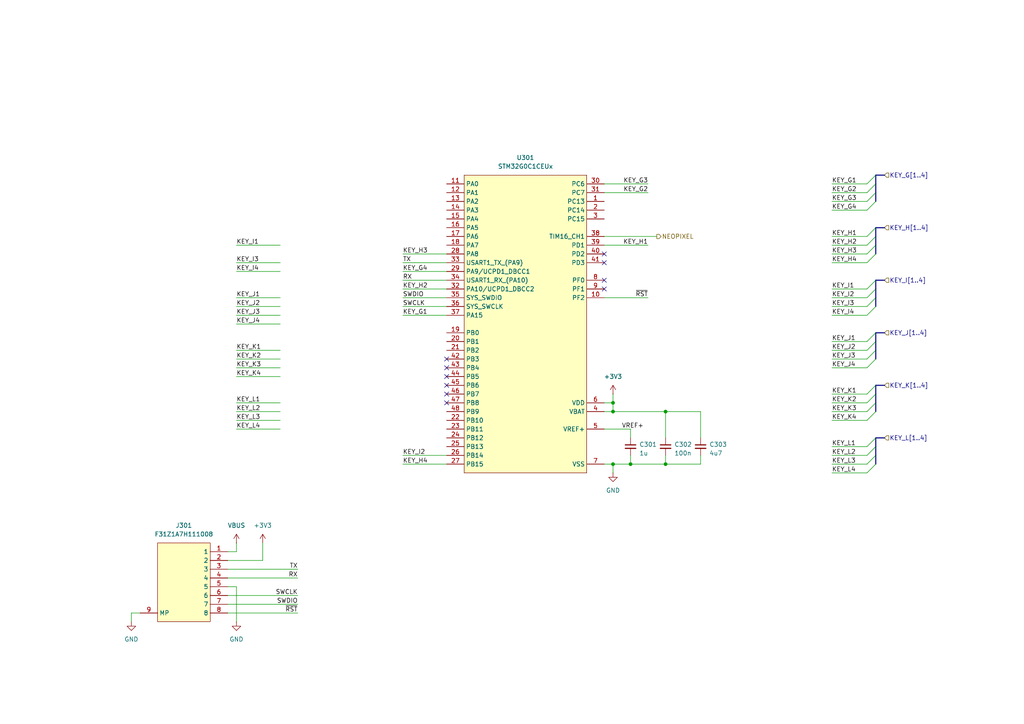
<source format=kicad_sch>
(kicad_sch (version 20250114) (generator "eeschema") (generator_version "9.0")
  (paper "A4")
  (lib_symbols
    (symbol "CONN-FPC:F31Z1A7H111008"
      (property "Reference" "J" (at 0 5.08 0))
      (property "Value" "F31Z1A7H111008" (at 0 2.54 0))
      (symbol "F31Z1A7H111008_1_1"
        (rectangle (start -7.62 0) (end 7.62 -22.86) (fill (type background)))
        (pin passive line (at -12.7 -2.54 0) (length 5.08) (name "1") (number "1"))
        (pin passive line (at -12.7 -5.08 0) (length 5.08) (name "2") (number "2"))
        (pin passive line (at -12.7 -7.62 0) (length 5.08) (name "3") (number "3"))
        (pin passive line (at -12.7 -10.16 0) (length 5.08) (name "4") (number "4"))
        (pin passive line (at -12.7 -12.7 0) (length 5.08) (name "5") (number "5"))
        (pin passive line (at -12.7 -15.24 0) (length 5.08) (name "6") (number "6"))
        (pin passive line (at -12.7 -17.78 0) (length 5.08) (name "7") (number "7"))
        (pin passive line (at -12.7 -20.32 0) (length 5.08) (name "8") (number "8"))
        (pin passive line (at 12.7 -20.32 180) (length 5.08) (hide yes) (name "MP") (number "10"))
        (pin passive line (at 12.7 -20.32 180) (length 5.08) (hide yes) (name "MP") (number "11"))
        (pin passive line (at 12.7 -20.32 180) (length 5.08) (hide yes) (name "MP") (number "12"))
        (pin passive line (at 12.7 -20.32 180) (length 5.08) (name "MP") (number "9"))
      )
    )
    (symbol "DEV:C_SMALL" (pin_numbers (hide yes)) (pin_names (offset 0.254) (hide yes))
      (property "Reference" "C" (at 0.254 1.778 0))
      (property "Value" "SMALL" (at 0.254 -2.032 0))
      (symbol "C_SMALL_0_1"
        (polyline (pts (xy -1.524 0.508) (xy 1.524 0.508)) (stroke (width 0.3048)))
        (polyline (pts (xy -1.524 -0.508) (xy 1.524 -0.508)) (stroke (width 0.3302)))
      )
      (symbol "C_SMALL_1_1"
        (pin passive line (at 0 2.54 270) (length 2.032) (name "~") (number "1"))
        (pin passive line (at 0 -2.54 90) (length 2.032) (name "~") (number "2"))
      )
    )
    (symbol "STM32:STM32G0C1CEUx"
      (property "Reference" "U" (at 0 5.08 0))
      (property "Value" "STM32G0C1CEUx" (at 0 2.54 0))
      (symbol "STM32G0C1CEUx_1_1"
        (rectangle (start -17.78 0) (end 17.78 -86.36) (fill (type background)))
        (pin bidirectional line (at -22.86 -2.54 0) (length 5.08) (name "PA0") (number "11"))
        (pin bidirectional line (at -22.86 -5.08 0) (length 5.08) (name "PA1") (number "12"))
        (pin bidirectional line (at -22.86 -7.62 0) (length 5.08) (name "PA2") (number "13"))
        (pin bidirectional line (at -22.86 -10.16 0) (length 5.08) (name "PA3") (number "14"))
        (pin bidirectional line (at -22.86 -12.7 0) (length 5.08) (name "PA4") (number "15"))
        (pin bidirectional line (at -22.86 -15.24 0) (length 5.08) (name "PA5") (number "16"))
        (pin bidirectional line (at -22.86 -17.78 0) (length 5.08) (name "PA6") (number "17") (alternate "TIM16_CH1" bidirectional line))
        (pin bidirectional line (at -22.86 -20.32 0) (length 5.08) (name "PA7") (number "18"))
        (pin bidirectional line (at -22.86 -22.86 0) (length 5.08) (name "PA8") (number "28"))
        (pin bidirectional line (at -22.86 -25.4 0) (length 5.08) (name "PA9/PA11") (number "33") (alternate "USART1_TX (PA9)" bidirectional line))
        (pin bidirectional line (at -22.86 -27.94 0) (length 5.08) (name "PA9/UCPD1_DBCC1") (number "29") (alternate "USART1_TX (PA9)" bidirectional line))
        (pin bidirectional line (at -22.86 -30.48 0) (length 5.08) (name "PA10/PA12") (number "34") (alternate "USART1_RX (PA10)" bidirectional line))
        (pin bidirectional line (at -22.86 -33.02 0) (length 5.08) (name "PA10/UCPD1_DBCC2") (number "32") (alternate "USART1_RX (PA10)" bidirectional line))
        (pin bidirectional line (at -22.86 -35.56 0) (length 5.08) (name "PA13") (number "35") (alternate "SYS_SWDIO" bidirectional line))
        (pin bidirectional line (at -22.86 -38.1 0) (length 5.08) (name "PA14") (number "36") (alternate "SYS_SWCLK" bidirectional line))
        (pin bidirectional line (at -22.86 -40.64 0) (length 5.08) (name "PA15") (number "37"))
        (pin bidirectional line (at -22.86 -45.72 0) (length 5.08) (name "PB0") (number "19"))
        (pin bidirectional line (at -22.86 -48.26 0) (length 5.08) (name "PB1") (number "20"))
        (pin bidirectional line (at -22.86 -50.8 0) (length 5.08) (name "PB2") (number "21"))
        (pin bidirectional line (at -22.86 -53.34 0) (length 5.08) (name "PB3") (number "42"))
        (pin bidirectional line (at -22.86 -55.88 0) (length 5.08) (name "PB4") (number "43"))
        (pin bidirectional line (at -22.86 -58.42 0) (length 5.08) (name "PB5") (number "44"))
        (pin bidirectional line (at -22.86 -60.96 0) (length 5.08) (name "PB6") (number "45"))
        (pin bidirectional line (at -22.86 -63.5 0) (length 5.08) (name "PB7") (number "46"))
        (pin bidirectional line (at -22.86 -66.04 0) (length 5.08) (name "PB8") (number "47") (alternate "TIM16_CH1" bidirectional line))
        (pin bidirectional line (at -22.86 -68.58 0) (length 5.08) (name "PB9") (number "48"))
        (pin bidirectional line (at -22.86 -71.12 0) (length 5.08) (name "PB10") (number "22"))
        (pin bidirectional line (at -22.86 -73.66 0) (length 5.08) (name "PB11") (number "23"))
        (pin bidirectional line (at -22.86 -76.2 0) (length 5.08) (name "PB12") (number "24"))
        (pin bidirectional line (at -22.86 -78.74 0) (length 5.08) (name "PB13") (number "25"))
        (pin bidirectional line (at -22.86 -81.28 0) (length 5.08) (name "PB14") (number "26"))
        (pin bidirectional line (at -22.86 -83.82 0) (length 5.08) (name "PB15") (number "27"))
        (pin bidirectional line (at 22.86 -2.54 180) (length 5.08) (name "PC6") (number "30"))
        (pin bidirectional line (at 22.86 -5.08 180) (length 5.08) (name "PC7") (number "31"))
        (pin bidirectional line (at 22.86 -7.62 180) (length 5.08) (name "PC13") (number "1"))
        (pin bidirectional line (at 22.86 -10.16 180) (length 5.08) (name "PC14") (number "2"))
        (pin bidirectional line (at 22.86 -12.7 180) (length 5.08) (name "PC15") (number "3"))
        (pin bidirectional line (at 22.86 -17.78 180) (length 5.08) (name "PD0") (number "38") (alternate "TIM16_CH1" bidirectional line))
        (pin bidirectional line (at 22.86 -20.32 180) (length 5.08) (name "PD1") (number "39"))
        (pin bidirectional line (at 22.86 -22.86 180) (length 5.08) (name "PD2") (number "40"))
        (pin bidirectional line (at 22.86 -25.4 180) (length 5.08) (name "PD3") (number "41"))
        (pin bidirectional line (at 22.86 -30.48 180) (length 5.08) (name "PF0") (number "8"))
        (pin bidirectional line (at 22.86 -33.02 180) (length 5.08) (name "PF1") (number "9"))
        (pin bidirectional line (at 22.86 -35.56 180) (length 5.08) (name "PF2") (number "10"))
        (pin power_in line (at 22.86 -66.04 180) (length 5.08) (name "VDD") (number "6"))
        (pin power_in line (at 22.86 -68.58 180) (length 5.08) (name "VBAT") (number "4"))
        (pin input line (at 22.86 -73.66 180) (length 5.08) (name "VREF+") (number "5"))
        (pin passive line (at 22.86 -83.82 180) (length 5.08) (hide yes) (name "VSS") (number "49"))
        (pin power_in line (at 22.86 -83.82 180) (length 5.08) (name "VSS") (number "7"))
      )
    )
    (symbol "power:+3V3" (power) (pin_numbers (hide yes)) (pin_names (offset 0) (hide yes))
      (property "Value" "+3V3" (at 0 3.556 0))
      (symbol "+3V3_0_1"
        (polyline (pts (xy -0.762 1.27) (xy 0 2.54)))
        (polyline (pts (xy 0 2.54) (xy 0.762 1.27)))
        (polyline (pts (xy 0 0) (xy 0 2.54)))
      )
      (symbol "+3V3_1_1"
        (pin power_in line (at 0 0 90) (length 0) (name "~") (number "1"))
      )
    )
    (symbol "power:GND" (power) (pin_numbers (hide yes)) (pin_names (offset 0) (hide yes))
      (property "Value" "GND" (at 0 -3.81 0))
      (symbol "GND_0_1"
        (polyline (pts (xy 0 0) (xy 0 -1.27) (xy 1.27 -1.27) (xy 0 -2.54) (xy -1.27 -1.27) (xy 0 -1.27)))
      )
      (symbol "GND_1_1"
        (pin power_in line (at 0 0 270) (length 0) (name "~") (number "1"))
      )
    )
    (symbol "power:VBUS" (power) (pin_numbers (hide yes)) (pin_names (offset 0) (hide yes))
      (property "Value" "VBUS" (at 0 3.556 0))
      (symbol "VBUS_0_1"
        (polyline (pts (xy -0.762 1.27) (xy 0 2.54)))
        (polyline (pts (xy 0 2.54) (xy 0.762 1.27)))
        (polyline (pts (xy 0 0) (xy 0 2.54)))
      )
      (symbol "VBUS_1_1"
        (pin power_in line (at 0 0 90) (length 0) (name "~") (number "1"))
      )
    )
  )
  (junction (at 193.04 134.62))
  (junction (at 177.8 134.62))
  (junction (at 182.88 134.62))
  (junction (at 177.8 119.38))
  (junction (at 177.8 116.84))
  (junction (at 193.04 119.38))
  (no_connect (at 175.26 73.66))
  (no_connect (at 129.54 104.14))
  (no_connect (at 175.26 83.82))
  (no_connect (at 129.54 109.22))
  (no_connect (at 129.54 114.3))
  (no_connect (at 175.26 76.2))
  (no_connect (at 129.54 116.84))
  (no_connect (at 129.54 106.68))
  (no_connect (at 175.26 81.28))
  (no_connect (at 129.54 111.76))
  (bus_entry (at 254 83.82) (size -2.54 2.54))
  (bus_entry (at 254 86.36) (size -2.54 2.54))
  (bus_entry (at 254 116.84) (size -2.54 2.54))
  (bus_entry (at 254 104.14) (size -2.54 2.54))
  (bus_entry (at 254 81.28) (size -2.54 2.54))
  (bus_entry (at 254 99.06) (size -2.54 2.54))
  (bus_entry (at 254 71.12) (size -2.54 2.54))
  (bus_entry (at 254 66.04) (size -2.54 2.54))
  (bus_entry (at 254 132.08) (size -2.54 2.54))
  (bus_entry (at 254 119.38) (size -2.54 2.54))
  (bus_entry (at 254 101.6) (size -2.54 2.54))
  (bus_entry (at 254 50.8) (size -2.54 2.54))
  (bus_entry (at 254 68.58) (size -2.54 2.54))
  (bus_entry (at 254 53.34) (size -2.54 2.54))
  (bus_entry (at 254 58.42) (size -2.54 2.54))
  (bus_entry (at 254 129.54) (size -2.54 2.54))
  (bus_entry (at 254 111.76) (size -2.54 2.54))
  (bus_entry (at 254 114.3) (size -2.54 2.54))
  (bus_entry (at 254 96.52) (size -2.54 2.54))
  (bus_entry (at 254 88.9) (size -2.54 2.54))
  (bus_entry (at 254 134.62) (size -2.54 2.54))
  (bus_entry (at 254 55.88) (size -2.54 2.54))
  (bus_entry (at 254 127) (size -2.54 2.54))
  (bus_entry (at 254 73.66) (size -2.54 2.54))
  (wire (pts (xy 66.04 167.64) (xy 86.36 167.64)))
  (wire (pts (xy 241.3 86.36) (xy 251.46 86.36)))
  (bus (pts (xy 256.54 81.28) (xy 254 81.28)))
  (wire (pts (xy 68.58 157.48) (xy 68.58 160.02)))
  (bus (pts (xy 254 86.36) (xy 254 88.9)))
  (bus (pts (xy 254 111.76) (xy 254 114.3)))
  (wire (pts (xy 116.84 86.36) (xy 129.54 86.36)))
  (bus (pts (xy 254 99.06) (xy 254 101.6)))
  (wire (pts (xy 175.26 55.88) (xy 187.96 55.88)))
  (wire (pts (xy 241.3 121.92) (xy 251.46 121.92)))
  (wire (pts (xy 116.84 76.2) (xy 129.54 76.2)))
  (wire (pts (xy 175.26 116.84) (xy 177.8 116.84)))
  (bus (pts (xy 254 101.6) (xy 254 104.14)))
  (wire (pts (xy 241.3 76.2) (xy 251.46 76.2)))
  (wire (pts (xy 175.26 53.34) (xy 187.96 53.34)))
  (bus (pts (xy 254 129.54) (xy 254 132.08)))
  (wire (pts (xy 241.3 60.96) (xy 251.46 60.96)))
  (bus (pts (xy 254 68.58) (xy 254 71.12)))
  (wire (pts (xy 68.58 86.36) (xy 81.28 86.36)))
  (wire (pts (xy 116.84 73.66) (xy 129.54 73.66)))
  (wire (pts (xy 68.58 170.18) (xy 68.58 180.34)))
  (wire (pts (xy 241.3 129.54) (xy 251.46 129.54)))
  (wire (pts (xy 66.04 160.02) (xy 68.58 160.02)))
  (wire (pts (xy 116.84 88.9) (xy 129.54 88.9)))
  (wire (pts (xy 203.2 132.08) (xy 203.2 134.62)))
  (wire (pts (xy 68.58 78.74) (xy 81.28 78.74)))
  (wire (pts (xy 68.58 116.84) (xy 81.28 116.84)))
  (wire (pts (xy 175.26 119.38) (xy 177.8 119.38)))
  (wire (pts (xy 241.3 73.66) (xy 251.46 73.66)))
  (wire (pts (xy 66.04 172.72) (xy 86.36 172.72)))
  (wire (pts (xy 68.58 124.46) (xy 81.28 124.46)))
  (bus (pts (xy 256.54 127) (xy 254 127)))
  (wire (pts (xy 203.2 127) (xy 203.2 119.38)))
  (bus (pts (xy 254 83.82) (xy 254 86.36)))
  (wire (pts (xy 68.58 106.68) (xy 81.28 106.68)))
  (wire (pts (xy 182.88 132.08) (xy 182.88 134.62)))
  (wire (pts (xy 193.04 119.38) (xy 193.04 127)))
  (wire (pts (xy 68.58 170.18) (xy 66.04 170.18)))
  (bus (pts (xy 254 66.04) (xy 254 68.58)))
  (wire (pts (xy 241.3 55.88) (xy 251.46 55.88)))
  (wire (pts (xy 193.04 134.62) (xy 203.2 134.62)))
  (wire (pts (xy 241.3 106.68) (xy 251.46 106.68)))
  (wire (pts (xy 116.84 81.28) (xy 129.54 81.28)))
  (wire (pts (xy 175.26 68.58) (xy 190.5 68.58)))
  (bus (pts (xy 256.54 96.52) (xy 254 96.52)))
  (bus (pts (xy 256.54 66.04) (xy 254 66.04)))
  (bus (pts (xy 254 55.88) (xy 254 58.42)))
  (wire (pts (xy 68.58 71.12) (xy 81.28 71.12)))
  (bus (pts (xy 254 81.28) (xy 254 83.82)))
  (bus (pts (xy 254 116.84) (xy 254 119.38)))
  (wire (pts (xy 182.88 124.46) (xy 182.88 127)))
  (wire (pts (xy 241.3 134.62) (xy 251.46 134.62)))
  (wire (pts (xy 177.8 114.3) (xy 177.8 116.84)))
  (wire (pts (xy 241.3 53.34) (xy 251.46 53.34)))
  (wire (pts (xy 66.04 175.26) (xy 86.36 175.26)))
  (wire (pts (xy 241.3 91.44) (xy 251.46 91.44)))
  (wire (pts (xy 116.84 78.74) (xy 129.54 78.74)))
  (bus (pts (xy 256.54 111.76) (xy 254 111.76)))
  (wire (pts (xy 38.1 177.8) (xy 38.1 180.34)))
  (wire (pts (xy 175.26 71.12) (xy 187.96 71.12)))
  (wire (pts (xy 241.3 101.6) (xy 251.46 101.6)))
  (wire (pts (xy 177.8 119.38) (xy 193.04 119.38)))
  (wire (pts (xy 68.58 91.44) (xy 81.28 91.44)))
  (wire (pts (xy 116.84 134.62) (xy 129.54 134.62)))
  (wire (pts (xy 241.3 119.38) (xy 251.46 119.38)))
  (bus (pts (xy 254 114.3) (xy 254 116.84)))
  (wire (pts (xy 116.84 132.08) (xy 129.54 132.08)))
  (wire (pts (xy 241.3 99.06) (xy 251.46 99.06)))
  (wire (pts (xy 241.3 132.08) (xy 251.46 132.08)))
  (bus (pts (xy 254 132.08) (xy 254 134.62)))
  (wire (pts (xy 76.2 162.56) (xy 66.04 162.56)))
  (wire (pts (xy 38.1 177.8) (xy 40.64 177.8)))
  (wire (pts (xy 241.3 137.16) (xy 251.46 137.16)))
  (wire (pts (xy 241.3 71.12) (xy 251.46 71.12)))
  (wire (pts (xy 68.58 119.38) (xy 81.28 119.38)))
  (wire (pts (xy 193.04 119.38) (xy 203.2 119.38)))
  (wire (pts (xy 116.84 83.82) (xy 129.54 83.82)))
  (wire (pts (xy 177.8 134.62) (xy 177.8 137.16)))
  (bus (pts (xy 254 96.52) (xy 254 99.06)))
  (wire (pts (xy 68.58 104.14) (xy 81.28 104.14)))
  (wire (pts (xy 76.2 157.48) (xy 76.2 162.56)))
  (wire (pts (xy 241.3 83.82) (xy 251.46 83.82)))
  (wire (pts (xy 241.3 114.3) (xy 251.46 114.3)))
  (bus (pts (xy 254 50.8) (xy 254 53.34)))
  (wire (pts (xy 68.58 109.22) (xy 81.28 109.22)))
  (wire (pts (xy 68.58 93.98) (xy 81.28 93.98)))
  (wire (pts (xy 66.04 165.1) (xy 86.36 165.1)))
  (wire (pts (xy 241.3 58.42) (xy 251.46 58.42)))
  (wire (pts (xy 66.04 177.8) (xy 86.36 177.8)))
  (wire (pts (xy 182.88 134.62) (xy 193.04 134.62)))
  (wire (pts (xy 175.26 134.62) (xy 177.8 134.62)))
  (wire (pts (xy 193.04 132.08) (xy 193.04 134.62)))
  (wire (pts (xy 241.3 104.14) (xy 251.46 104.14)))
  (bus (pts (xy 254 53.34) (xy 254 55.88)))
  (wire (pts (xy 116.84 91.44) (xy 129.54 91.44)))
  (bus (pts (xy 254 71.12) (xy 254 73.66)))
  (bus (pts (xy 254 127) (xy 254 129.54)))
  (wire (pts (xy 241.3 88.9) (xy 251.46 88.9)))
  (wire (pts (xy 68.58 76.2) (xy 81.28 76.2)))
  (wire (pts (xy 241.3 116.84) (xy 251.46 116.84)))
  (wire (pts (xy 177.8 134.62) (xy 182.88 134.62)))
  (wire (pts (xy 68.58 88.9) (xy 81.28 88.9)))
  (wire (pts (xy 177.8 116.84) (xy 177.8 119.38)))
  (wire (pts (xy 68.58 121.92) (xy 81.28 121.92)))
  (wire (pts (xy 175.26 86.36) (xy 187.96 86.36)))
  (bus (pts (xy 256.54 50.8) (xy 254 50.8)))
  (wire (pts (xy 241.3 68.58) (xy 251.46 68.58)))
  (wire (pts (xy 68.58 101.6) (xy 81.28 101.6)))
  (wire (pts (xy 175.26 124.46) (xy 182.88 124.46)))
  (label "TX" (at 116.84 76.2 0))
  (label "KEY_L2" (at 241.3 132.08 0))
  (label "KEY_G2" (at 187.96 55.88 180))
  (label "KEY_J4" (at 68.58 93.98 0))
  (label "VREF+" (at 180.34 124.46 0))
  (label "KEY_J3" (at 68.58 91.44 0))
  (label "KEY_G3" (at 241.3 58.42 0))
  (label "KEY_G4" (at 116.84 78.74 0))
  (label "~{RST}" (at 187.96 86.36 180))
  (label "KEY_K1" (at 68.58 101.6 0))
  (label "KEY_L3" (at 68.58 121.92 0))
  (label "KEY_H2" (at 116.84 83.82 0))
  (label "KEY_H1" (at 241.3 68.58 0))
  (label "KEY_K4" (at 241.3 121.92 0))
  (label "KEY_K4" (at 68.58 109.22 0))
  (label "KEY_H4" (at 241.3 76.2 0))
  (label "KEY_G2" (at 241.3 55.88 0))
  (label "KEY_K2" (at 241.3 116.84 0))
  (label "~{RST}" (at 86.36 177.8 180))
  (label "KEY_I2" (at 241.3 86.36 0))
  (label "KEY_J2" (at 68.58 88.9 0))
  (label "KEY_L2" (at 68.58 119.38 0))
  (label "SWDIO" (at 86.36 175.26 180))
  (label "KEY_H3" (at 241.3 73.66 0))
  (label "KEY_I1" (at 68.58 71.12 0))
  (label "TX" (at 86.36 165.1 180))
  (label "KEY_J2" (at 241.3 101.6 0))
  (label "KEY_L4" (at 68.58 124.46 0))
  (label "KEY_I3" (at 68.58 76.2 0))
  (label "KEY_I3" (at 241.3 88.9 0))
  (label "KEY_I4" (at 68.58 78.74 0))
  (label "KEY_G3" (at 187.96 53.34 180))
  (label "KEY_K3" (at 68.58 106.68 0))
  (label "KEY_I4" (at 241.3 91.44 0))
  (label "KEY_L4" (at 241.3 137.16 0))
  (label "KEY_G1" (at 241.3 53.34 0))
  (label "KEY_I2" (at 116.84 132.08 0))
  (label "KEY_H2" (at 241.3 71.12 0))
  (label "RX" (at 116.84 81.28 0))
  (label "KEY_K1" (at 241.3 114.3 0))
  (label "KEY_J4" (at 241.3 106.68 0))
  (label "SWCLK" (at 86.36 172.72 180))
  (label "KEY_H4" (at 116.84 134.62 0))
  (label "KEY_J3" (at 241.3 104.14 0))
  (label "KEY_J1" (at 241.3 99.06 0))
  (label "KEY_I1" (at 241.3 83.82 0))
  (label "KEY_J1" (at 68.58 86.36 0))
  (label "KEY_H3" (at 116.84 73.66 0))
  (label "SWCLK" (at 116.84 88.9 0))
  (label "KEY_G1" (at 116.84 91.44 0))
  (label "KEY_K3" (at 241.3 119.38 0))
  (label "KEY_K2" (at 68.58 104.14 0))
  (label "KEY_L1" (at 68.58 116.84 0))
  (label "RX" (at 86.36 167.64 180))
  (label "KEY_L1" (at 241.3 129.54 0))
  (label "SWDIO" (at 116.84 86.36 0))
  (label "KEY_G4" (at 241.3 60.96 0))
  (label "KEY_H1" (at 187.96 71.12 180))
  (label "KEY_L3" (at 241.3 134.62 0))
  (hierarchical_label "KEY_H[1..4]" (shape input) (at 256.54 66.04 0))
  (hierarchical_label "KEY_K[1..4]" (shape input) (at 256.54 111.76 0))
  (hierarchical_label "NEOPIXEL" (shape output) (at 190.5 68.58 0))
  (hierarchical_label "KEY_J[1..4]" (shape input) (at 256.54 96.52 0))
  (hierarchical_label "KEY_G[1..4]" (shape input) (at 256.54 50.8 0))
  (hierarchical_label "KEY_I[1..4]" (shape input) (at 256.54 81.28 0))
  (hierarchical_label "KEY_L[1..4]" (shape input) (at 256.54 127 0))
  (symbol (lib_id "power:+3V3") (at 177.8 114.3 0) (unit 1)
    (property "Reference" "#PWR0305" (effects (hide yes)))
    (property "Value" "+3V3" (at 177.8 109.22 0))
    (property "Description" "Power symbol creates a global label with name \"+3V3\"" (effects (hide yes)))
  )
  (symbol (lib_id "DEV:C_SMALL") (at 182.88 129.54 0) (unit 1)
    (property "Reference" "C301" (at 185.42 128.9113 0) (effects (justify left)))
    (property "Value" "1u" (at 185.42 131.4513 0) (effects (justify left)))
    (property "Footprint" "project_footprints:C_0402" (effects (hide yes)))
    (property "Description" "Unpolarized capacitor, small symbol" (effects (hide yes)))
  )
  (symbol (lib_id "DEV:C_SMALL") (at 193.04 129.54 0) (unit 1)
    (property "Reference" "C302" (at 195.58 128.9113 0) (effects (justify left)))
    (property "Value" "100n" (at 195.58 131.4513 0) (effects (justify left)))
    (property "Footprint" "project_footprints:C_0402" (effects (hide yes)))
    (property "Description" "Unpolarized capacitor, small symbol" (effects (hide yes)))
  )
  (symbol (lib_id "power:GND") (at 177.8 137.16 0) (unit 1)
    (property "Reference" "#PWR0306" (effects (hide yes)))
    (property "Value" "GND" (at 177.8 142.24 0))
  )
  (symbol (lib_id "power:+3V3") (at 76.2 157.48 0) (unit 1)
    (property "Reference" "#PWR0304" (effects (hide yes)))
    (property "Value" "+3V3" (at 76.2 152.4 0))
    (property "Description" "Power symbol creates a global label with name \"+3V3\"" (effects (hide yes)))
  )
  (symbol (lib_id "DEV:C_SMALL") (at 203.2 129.54 0) (unit 1)
    (property "Reference" "C303" (at 205.74 128.9113 0) (effects (justify left)))
    (property "Value" "4u7" (at 205.74 131.4513 0) (effects (justify left)))
    (property "Footprint" "project_footprints:C_0402" (effects (hide yes)))
    (property "Description" "Unpolarized capacitor, small symbol" (effects (hide yes)))
  )
  (symbol (lib_id "power:GND") (at 68.58 180.34 0) (unit 1)
    (property "Reference" "#PWR0303" (effects (hide yes)))
    (property "Value" "GND" (at 68.58 185.42 0))
  )
  (symbol (lib_id "power:VBUS") (at 68.58 157.48 0) (unit 1)
    (property "Reference" "#PWR0302" (effects (hide yes)))
    (property "Value" "VBUS" (at 68.58 152.4 0))
    (property "Description" "Power symbol creates a global label with name \"VBUS\"" (effects (hide yes)))
  )
  (symbol (lib_id "STM32:STM32G0C1CEUx") (at 152.4 50.8 0) (unit 1)
    (property "Reference" "U301" (at 152.4 45.72 0))
    (property "Value" "STM32G0C1CEUx" (at 152.4 48.26 0))
    (property "Footprint" "project_footprints:QFN50P700X700X60-49N-D" (effects (hide yes)))
    (property "Datasheet" "https://www.st.com/resource/en/datasheet/stm32g0c1cc.pdf" (effects (hide yes)))
    (property "Description" "STMicroelectronics Arm Cortex-M0+ MCU, 256-512KB flash, 144KB RAM, 64 MHz, 1.7-3.6V, 44 GPIO, UFQFPN48" (effects (hide yes)))
    (pin "35" (alternate "SYS_SWDIO"))
    (pin "33" (alternate "USART1_TX (PA9)"))
    (pin "34" (alternate "USART1_RX (PA10)"))
    (pin "36" (alternate "SYS_SWCLK"))
    (pin "38" (alternate "TIM16_CH1"))
  )
  (symbol (lib_id "power:GND") (at 38.1 180.34 0) (unit 1)
    (property "Reference" "#PWR0301" (effects (hide yes)))
    (property "Value" "GND" (at 38.1 185.42 0))
  )
  (symbol (lib_id "CONN-FPC:F31Z1A7H111008") (at 53.34 157.48 0) (mirror y) (unit 1)
    (property "Reference" "J301" (at 53.34 152.4 0))
    (property "Value" "F31Z1A7H111008" (at 53.34 154.94 0))
    (property "Footprint" "project_footprints:F31Z1A7H111008" (effects (hide yes)))
    (property "Datasheet" "https://cdn.amphenol-cs.com/media/wysiwyg/files/drawing/f31z-f31w.pdf" (effects (hide yes)))
    (property "Description" "Flex Connector, 0.50mm Pitch, Height 4.25mm, Vertical, Slider type, ZIF, 8 position, With MYLAR" (effects (hide yes)))
    (property "Height" "4.45" (effects (hide yes)))
  )
)
</source>
